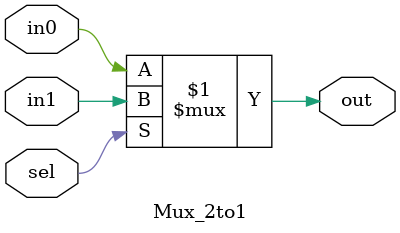
<source format=v>
module Mux_2to1 (
    out,
    sel,
    in0,
    in1
);
    input sel;
    input in0, in1;
    output out;

    assign out = sel ? in1 : in0;
endmodule

</source>
